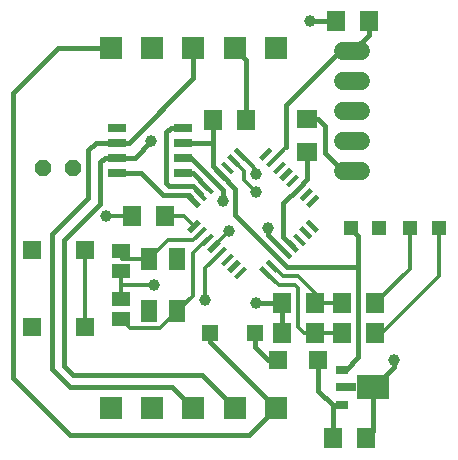
<source format=gbr>
G04 EAGLE Gerber RS-274X export*
G75*
%MOMM*%
%FSLAX34Y34*%
%LPD*%
%INTop Copper*%
%IPPOS*%
%AMOC8*
5,1,8,0,0,1.08239X$1,22.5*%
G01*
%ADD10R,1.400000X1.400000*%
%ADD11R,1.100000X0.700000*%
%ADD12R,1.800000X0.700000*%
%ADD13R,2.800000X2.000000*%
%ADD14R,1.200000X0.400000*%
%ADD15R,1.800000X1.600000*%
%ADD16C,1.524000*%
%ADD17R,1.524000X0.711200*%
%ADD18R,1.400000X1.900000*%
%ADD19R,1.500000X1.300000*%
%ADD20R,1.600000X1.800000*%
%ADD21R,1.600000X1.600000*%
%ADD22P,1.429621X8X202.500000*%
%ADD23R,1.308000X1.308000*%
%ADD24R,1.600000X1.803000*%
%ADD25R,1.508000X1.508000*%
%ADD26R,1.950000X1.950000*%
%ADD27C,0.304800*%
%ADD28C,0.406400*%
%ADD29C,1.006400*%


D10*
X217120Y114300D03*
X179120Y114300D03*
D11*
X291110Y53580D03*
X291110Y83580D03*
D12*
X294610Y68580D03*
D13*
X317610Y68580D03*
D14*
G36*
X191151Y243478D02*
X182667Y251962D01*
X185495Y254790D01*
X193979Y246306D01*
X191151Y243478D01*
G37*
G36*
X196808Y249135D02*
X188324Y257619D01*
X191152Y260447D01*
X199636Y251963D01*
X196808Y249135D01*
G37*
G36*
X202465Y254792D02*
X193981Y263276D01*
X196809Y266104D01*
X205293Y257620D01*
X202465Y254792D01*
G37*
G36*
X208121Y260449D02*
X199637Y268933D01*
X202465Y271761D01*
X210949Y263277D01*
X208121Y260449D01*
G37*
G36*
X185494Y237821D02*
X177010Y246305D01*
X179838Y249133D01*
X188322Y240649D01*
X185494Y237821D01*
G37*
G36*
X179837Y232164D02*
X171353Y240648D01*
X174181Y243476D01*
X182665Y234992D01*
X179837Y232164D01*
G37*
G36*
X174180Y226507D02*
X165696Y234991D01*
X168524Y237819D01*
X177008Y229335D01*
X174180Y226507D01*
G37*
G36*
X168523Y220851D02*
X160039Y229335D01*
X162867Y232163D01*
X171351Y223679D01*
X168523Y220851D01*
G37*
G36*
X251962Y182667D02*
X243478Y191151D01*
X246306Y193979D01*
X254790Y185495D01*
X251962Y182667D01*
G37*
G36*
X257619Y188324D02*
X249135Y196808D01*
X251963Y199636D01*
X260447Y191152D01*
X257619Y188324D01*
G37*
G36*
X263276Y193981D02*
X254792Y202465D01*
X257620Y205293D01*
X266104Y196809D01*
X263276Y193981D01*
G37*
G36*
X268933Y199637D02*
X260449Y208121D01*
X263277Y210949D01*
X271761Y202465D01*
X268933Y199637D01*
G37*
G36*
X246305Y177010D02*
X237821Y185494D01*
X240649Y188322D01*
X249133Y179838D01*
X246305Y177010D01*
G37*
G36*
X240648Y171353D02*
X232164Y179837D01*
X234992Y182665D01*
X243476Y174181D01*
X240648Y171353D01*
G37*
G36*
X234991Y165696D02*
X226507Y174180D01*
X229335Y177008D01*
X237819Y168524D01*
X234991Y165696D01*
G37*
G36*
X229335Y160039D02*
X220851Y168523D01*
X223679Y171351D01*
X232163Y162867D01*
X229335Y160039D01*
G37*
G36*
X249133Y251962D02*
X240649Y243478D01*
X237821Y246306D01*
X246305Y254790D01*
X249133Y251962D01*
G37*
G36*
X243476Y257619D02*
X234992Y249135D01*
X232164Y251963D01*
X240648Y260447D01*
X243476Y257619D01*
G37*
G36*
X237819Y263276D02*
X229335Y254792D01*
X226507Y257620D01*
X234991Y266104D01*
X237819Y263276D01*
G37*
G36*
X232163Y268933D02*
X223679Y260449D01*
X220851Y263277D01*
X229335Y271761D01*
X232163Y268933D01*
G37*
G36*
X254790Y246305D02*
X246306Y237821D01*
X243478Y240649D01*
X251962Y249133D01*
X254790Y246305D01*
G37*
G36*
X260447Y240648D02*
X251963Y232164D01*
X249135Y234992D01*
X257619Y243476D01*
X260447Y240648D01*
G37*
G36*
X266104Y234991D02*
X257620Y226507D01*
X254792Y229335D01*
X263276Y237819D01*
X266104Y234991D01*
G37*
G36*
X271761Y229335D02*
X263277Y220851D01*
X260449Y223679D01*
X268933Y232163D01*
X271761Y229335D01*
G37*
G36*
X188322Y191151D02*
X179838Y182667D01*
X177010Y185495D01*
X185494Y193979D01*
X188322Y191151D01*
G37*
G36*
X182665Y196808D02*
X174181Y188324D01*
X171353Y191152D01*
X179837Y199636D01*
X182665Y196808D01*
G37*
G36*
X177008Y202465D02*
X168524Y193981D01*
X165696Y196809D01*
X174180Y205293D01*
X177008Y202465D01*
G37*
G36*
X171351Y208121D02*
X162867Y199637D01*
X160039Y202465D01*
X168523Y210949D01*
X171351Y208121D01*
G37*
G36*
X193979Y185494D02*
X185495Y177010D01*
X182667Y179838D01*
X191151Y188322D01*
X193979Y185494D01*
G37*
G36*
X199636Y179837D02*
X191152Y171353D01*
X188324Y174181D01*
X196808Y182665D01*
X199636Y179837D01*
G37*
G36*
X205293Y174180D02*
X196809Y165696D01*
X193981Y168524D01*
X202465Y177008D01*
X205293Y174180D01*
G37*
G36*
X210949Y168523D02*
X202465Y160039D01*
X199637Y162867D01*
X208121Y171351D01*
X210949Y168523D01*
G37*
D15*
X261620Y295940D03*
X261620Y267940D03*
D16*
X292100Y251460D02*
X307340Y251460D01*
X307340Y276860D02*
X292100Y276860D01*
X292100Y302260D02*
X307340Y302260D01*
X307340Y327660D02*
X292100Y327660D01*
X292100Y353060D02*
X307340Y353060D01*
D17*
X156210Y250190D03*
X156210Y262890D03*
X156210Y275590D03*
X156210Y288290D03*
X100330Y288290D03*
X100330Y275590D03*
X100330Y262890D03*
X100330Y250190D03*
D18*
X151700Y132940D03*
X151700Y176940D03*
X127700Y176940D03*
X127700Y132940D03*
D19*
X104140Y183760D03*
X104140Y166760D03*
X104140Y126120D03*
X104140Y143120D03*
D20*
X313720Y378460D03*
X285720Y378460D03*
D21*
X237000Y91440D03*
X271000Y91440D03*
D22*
X63500Y254000D03*
X38100Y254000D03*
D20*
X268000Y139700D03*
X240000Y139700D03*
D23*
X373400Y203200D03*
X348400Y203200D03*
X322400Y203200D03*
X298400Y203200D03*
D20*
X311180Y25400D03*
X283180Y25400D03*
D24*
X319020Y139700D03*
X290580Y139700D03*
X319020Y114300D03*
X290580Y114300D03*
D20*
X268000Y114300D03*
X240000Y114300D03*
D25*
X28300Y184900D03*
X73300Y184900D03*
X73300Y119900D03*
X28300Y119900D03*
D20*
X209580Y294640D03*
X181580Y294640D03*
D24*
X112780Y213360D03*
X141220Y213360D03*
D26*
X95100Y355600D03*
X130100Y355600D03*
X165100Y355600D03*
X200100Y355600D03*
X235100Y355600D03*
X235100Y50800D03*
X200100Y50800D03*
X165100Y50800D03*
X130100Y50800D03*
X95100Y50800D03*
D27*
X104140Y143120D02*
X104140Y154940D01*
X104140Y166760D01*
X104140Y154940D02*
X132080Y154940D01*
D28*
X218440Y139700D02*
X240000Y139700D01*
X240000Y114300D01*
X243477Y182666D02*
X228600Y197542D01*
X228600Y203200D01*
X190500Y235642D02*
X182666Y243477D01*
X190500Y235642D02*
X190500Y226060D01*
X163252Y262890D02*
X156210Y262890D01*
X163252Y262890D02*
X182666Y243477D01*
X261620Y295940D02*
X270480Y295940D01*
X276860Y289560D01*
X276860Y266700D01*
X292100Y251460D01*
X299720Y251460D01*
X285720Y378460D02*
X264160Y378460D01*
X209580Y346120D02*
X209580Y294640D01*
X209580Y346120D02*
X200100Y355600D01*
X317610Y68580D02*
X317610Y31830D01*
X311180Y25400D01*
X317610Y68580D02*
X335280Y86250D01*
X335280Y91440D01*
D29*
X190500Y226060D03*
X132080Y154940D03*
X228600Y203200D03*
X218440Y139700D03*
X264160Y378460D03*
X335280Y91440D03*
D28*
X291110Y53580D02*
X287570Y54580D01*
X283180Y53580D02*
X283180Y25400D01*
X283180Y53580D02*
X291110Y53580D01*
X271000Y65760D02*
X271000Y91440D01*
X271000Y65760D02*
X283180Y53580D01*
X291110Y83580D02*
X294400Y83580D01*
X304800Y93980D01*
X304800Y170180D01*
X304800Y196800D01*
X298400Y203200D01*
X244649Y170180D02*
X237820Y177009D01*
X244649Y170180D02*
X304800Y170180D01*
X200660Y236796D02*
X188323Y249134D01*
X200660Y214169D02*
X237820Y177009D01*
X200660Y214169D02*
X200660Y236796D01*
X188323Y249134D02*
X181580Y255876D01*
X181580Y275590D02*
X181580Y294640D01*
X181580Y275590D02*
X156210Y275590D01*
X181580Y275590D02*
X181580Y255876D01*
X95100Y355600D02*
X50800Y355600D01*
X12700Y317500D01*
X12700Y76200D01*
X60960Y27940D01*
X212240Y27940D01*
X235100Y50800D01*
X179120Y106780D02*
X179120Y114300D01*
X179120Y106780D02*
X235100Y50800D01*
X249134Y188323D02*
X241300Y196156D01*
X241300Y224330D01*
X254791Y237820D01*
X261620Y244650D02*
X261620Y267940D01*
X261620Y244650D02*
X254791Y237820D01*
D27*
X232163Y260448D02*
X243840Y272124D01*
D28*
X243840Y307340D01*
X289560Y353060D01*
X299720Y353060D01*
X313720Y367060D02*
X313720Y378460D01*
X313720Y367060D02*
X299720Y353060D01*
X100330Y262890D02*
X90170Y262890D01*
X86360Y259080D01*
X86360Y223520D01*
X55880Y193040D01*
X55880Y86360D01*
X100330Y262890D02*
X115570Y262890D01*
X129540Y276860D01*
X55880Y86360D02*
X63500Y78740D01*
X172160Y78740D01*
X200100Y50800D01*
D29*
X129540Y276860D03*
D28*
X100330Y275590D02*
X82550Y275590D01*
X76200Y269240D01*
X76200Y228600D01*
X45720Y198120D01*
X100330Y275590D02*
X110490Y275590D01*
X165100Y330200D02*
X165100Y355600D01*
X165100Y330200D02*
X110490Y275590D01*
X45720Y198120D02*
X45720Y83820D01*
X60960Y68580D01*
X147320Y68580D01*
X165100Y50800D01*
X164639Y250190D02*
X156210Y250190D01*
X164639Y250190D02*
X177009Y237820D01*
X171352Y232163D02*
X164755Y238760D01*
X144780Y238760D01*
X142240Y241300D01*
X142240Y284480D01*
X146050Y288290D01*
X156210Y288290D01*
D27*
X151700Y132940D02*
X137260Y118500D01*
X165100Y182070D02*
X177009Y193980D01*
X165100Y182070D02*
X165100Y146340D01*
X151700Y132940D01*
X137260Y118500D02*
X111760Y118500D01*
X104140Y126120D01*
X164756Y193040D02*
X171352Y199637D01*
X164756Y193040D02*
X143800Y193040D01*
X127700Y176940D01*
X104940Y176940D01*
X104140Y183760D01*
X205293Y266105D02*
X218440Y252957D01*
X218440Y248920D01*
D29*
X218440Y248920D03*
D27*
X195580Y200660D02*
X195003Y200660D01*
X182666Y188323D01*
D29*
X195580Y200660D03*
D27*
X208280Y251803D02*
X199637Y260448D01*
X208280Y251803D02*
X208280Y243840D01*
X218440Y233680D01*
D29*
X218440Y233680D03*
D28*
X217120Y114300D02*
X217120Y102920D01*
X228600Y91440D01*
X237000Y91440D01*
X165695Y226507D02*
X161061Y231140D01*
X139700Y231140D01*
X120650Y250190D01*
X100330Y250190D01*
D27*
X348400Y203200D02*
X348400Y169080D01*
X319020Y139700D01*
X373400Y162580D02*
X373400Y203200D01*
X373400Y162580D02*
X325120Y114300D01*
X319020Y114300D01*
X290580Y139700D02*
X268000Y139700D01*
X240955Y162560D02*
X232163Y171352D01*
X240955Y162560D02*
X254000Y162560D01*
X268000Y148560D01*
X268000Y139700D01*
X268000Y114300D02*
X290580Y114300D01*
X268000Y114300D02*
X259080Y114300D01*
X254000Y119380D01*
X254000Y152400D01*
X251460Y154940D01*
X237261Y154940D01*
X226507Y165695D01*
X73300Y184900D02*
X73300Y119900D01*
X175260Y169603D02*
X188323Y182666D01*
X175260Y169603D02*
X175260Y142240D01*
D29*
X175260Y142240D03*
D27*
X157628Y213360D02*
X141220Y213360D01*
X157628Y213360D02*
X165695Y205293D01*
X112780Y213360D02*
X91440Y213360D01*
D29*
X91440Y213360D03*
M02*

</source>
